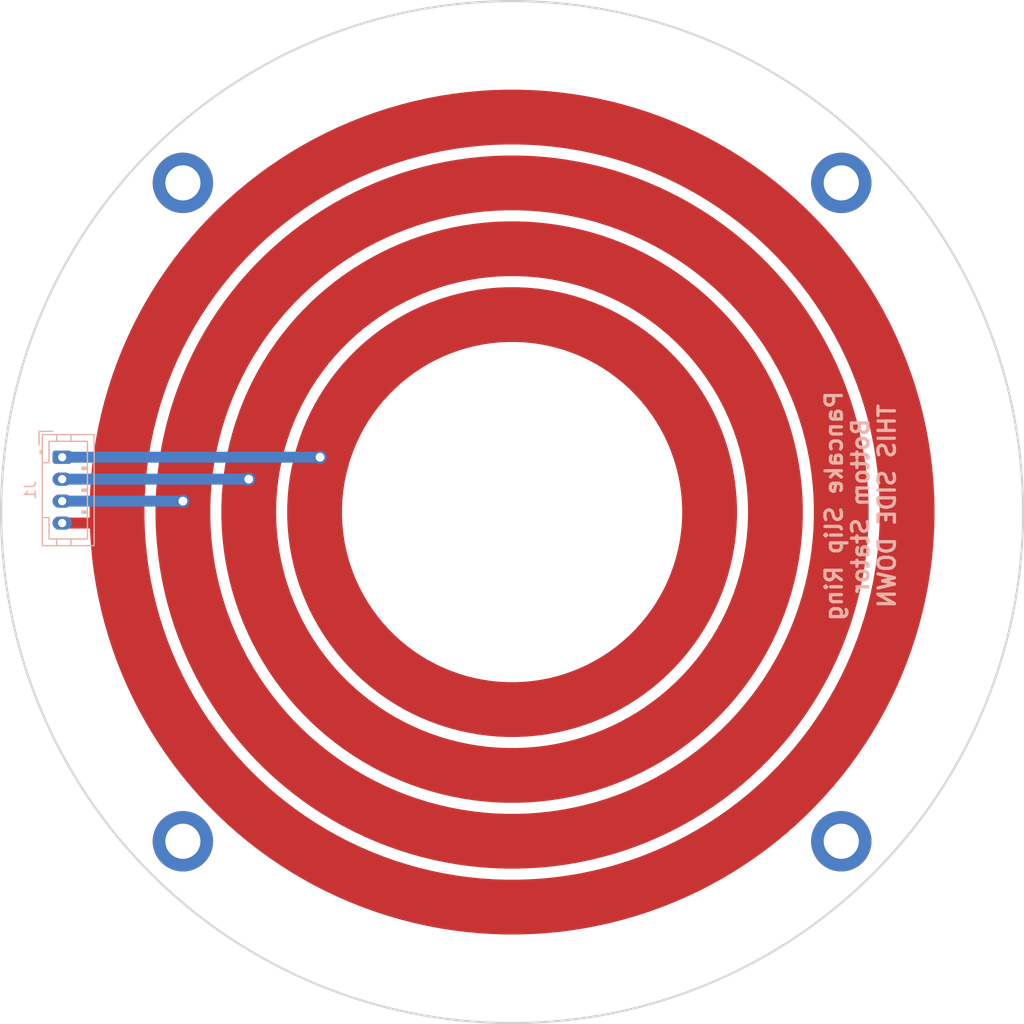
<source format=kicad_pcb>
(kicad_pcb (version 20171130) (host pcbnew "(5.0.2)-1")

  (general
    (thickness 1.6)
    (drawings 2)
    (tracks 7)
    (zones 0)
    (modules 6)
    (nets 5)
  )

  (page A4)
  (layers
    (0 F.Cu signal)
    (31 B.Cu signal)
    (32 B.Adhes user hide)
    (33 F.Adhes user hide)
    (34 B.Paste user hide)
    (35 F.Paste user hide)
    (36 B.SilkS user)
    (37 F.SilkS user)
    (38 B.Mask user hide)
    (39 F.Mask user hide)
    (40 Dwgs.User user hide)
    (41 Cmts.User user hide)
    (42 Eco1.User user hide)
    (43 Eco2.User user hide)
    (44 Edge.Cuts user)
    (45 Margin user hide)
    (46 B.CrtYd user hide)
    (47 F.CrtYd user hide)
    (48 B.Fab user hide)
    (49 F.Fab user hide)
  )

  (setup
    (last_trace_width 1)
    (user_trace_width 0.4)
    (user_trace_width 1)
    (trace_clearance 0.2)
    (zone_clearance 0.508)
    (zone_45_only no)
    (trace_min 0.2)
    (segment_width 0.2)
    (edge_width 0.15)
    (via_size 0.8)
    (via_drill 0.4)
    (via_min_size 0.4)
    (via_min_drill 0.3)
    (user_via 1.2 0.8)
    (uvia_size 0.3)
    (uvia_drill 0.1)
    (uvias_allowed no)
    (uvia_min_size 0.2)
    (uvia_min_drill 0.1)
    (pcb_text_width 0.3)
    (pcb_text_size 1.5 1.5)
    (mod_edge_width 0.15)
    (mod_text_size 1 1)
    (mod_text_width 0.15)
    (pad_size 5.5 5.5)
    (pad_drill 3.2)
    (pad_to_mask_clearance 0.051)
    (solder_mask_min_width 0.25)
    (aux_axis_origin 0 0)
    (grid_origin 0 45)
    (visible_elements 7FFFFFFF)
    (pcbplotparams
      (layerselection 0x010fc_ffffffff)
      (usegerberextensions false)
      (usegerberattributes false)
      (usegerberadvancedattributes false)
      (creategerberjobfile false)
      (excludeedgelayer true)
      (linewidth 0.100000)
      (plotframeref false)
      (viasonmask false)
      (mode 1)
      (useauxorigin false)
      (hpglpennumber 1)
      (hpglpenspeed 20)
      (hpglpendiameter 15.000000)
      (psnegative false)
      (psa4output false)
      (plotreference true)
      (plotvalue true)
      (plotinvisibletext false)
      (padsonsilk false)
      (subtractmaskfromsilk false)
      (outputformat 1)
      (mirror false)
      (drillshape 0)
      (scaleselection 1)
      (outputdirectory "plots/"))
  )

  (net 0 "")
  (net 1 "Net-(J1-Pad1)")
  (net 2 "Net-(J1-Pad2)")
  (net 3 "Net-(J1-Pad3)")
  (net 4 "Net-(J1-Pad4)")

  (net_class Default "This is the default net class."
    (clearance 0.2)
    (trace_width 0.25)
    (via_dia 0.8)
    (via_drill 0.4)
    (uvia_dia 0.3)
    (uvia_drill 0.1)
    (add_net "Net-(J1-Pad1)")
    (add_net "Net-(J1-Pad2)")
    (add_net "Net-(J1-Pad3)")
    (add_net "Net-(J1-Pad4)")
  )

  (module lib_fp:SlipRing_4Channel (layer F.Cu) (tedit 5CF9F1ED) (tstamp 5D36B765)
    (at 0 45)
    (path /5D086F9B)
    (fp_text reference U1 (at 0 -50) (layer F.SilkS) hide
      (effects (font (size 1 1) (thickness 0.15)))
    )
    (fp_text value SlipRing_4Channel (at 0 -48) (layer F.Fab)
      (effects (font (size 1 1) (thickness 0.15)))
    )
    (pad "" np_thru_hole circle (at 0 0) (size 30 30) (drill 30) (layers *.Cu *.Mask))
    (pad 4 smd custom (at -36 0) (size 5 5) (layers F.Cu F.Paste F.Mask)
      (net 4 "Net-(J1-Pad4)") (zone_connect 0)
      (options (clearance outline) (anchor circle))
      (primitives
        (gr_circle (center 36 0) (end 72 0) (width 5))
      ))
    (pad 3 smd custom (at -30 0) (size 5 5) (layers F.Cu F.Paste F.Mask)
      (net 3 "Net-(J1-Pad3)") (zone_connect 0)
      (options (clearance outline) (anchor circle))
      (primitives
        (gr_circle (center 30 0) (end 60 0) (width 5))
      ))
    (pad 2 smd custom (at -24 0) (size 5 5) (layers F.Cu F.Paste F.Mask)
      (net 2 "Net-(J1-Pad2)") (zone_connect 0)
      (options (clearance outline) (anchor circle))
      (primitives
        (gr_circle (center 24 0) (end 48 0) (width 5))
      ))
    (pad 1 smd custom (at -18 0) (size 5 5) (layers F.Cu F.Paste F.Mask)
      (net 1 "Net-(J1-Pad1)") (zone_connect 0)
      (options (clearance outline) (anchor circle))
      (primitives
        (gr_circle (center 18 0) (end 36 0) (width 5))
      ))
  )

  (module Connector_JST:JST_PH_B4B-PH-K_1x04_P2.00mm_Vertical (layer B.Cu) (tedit 5B7745C2) (tstamp 5D369E99)
    (at -41 40 270)
    (descr "JST PH series connector, B4B-PH-K (http://www.jst-mfg.com/product/pdf/eng/ePH.pdf), generated with kicad-footprint-generator")
    (tags "connector JST PH side entry")
    (path /5D086924)
    (fp_text reference J1 (at 3 2.9 270) (layer B.SilkS)
      (effects (font (size 1 1) (thickness 0.15)) (justify mirror))
    )
    (fp_text value JST_PH_2.0mm (at 3 -4 270) (layer B.Fab)
      (effects (font (size 1 1) (thickness 0.15)) (justify mirror))
    )
    (fp_text user %R (at 3 -1.5 270) (layer B.Fab)
      (effects (font (size 1 1) (thickness 0.15)) (justify mirror))
    )
    (fp_line (start 8.45 2.2) (end -2.45 2.2) (layer B.CrtYd) (width 0.05))
    (fp_line (start 8.45 -3.3) (end 8.45 2.2) (layer B.CrtYd) (width 0.05))
    (fp_line (start -2.45 -3.3) (end 8.45 -3.3) (layer B.CrtYd) (width 0.05))
    (fp_line (start -2.45 2.2) (end -2.45 -3.3) (layer B.CrtYd) (width 0.05))
    (fp_line (start 7.95 1.7) (end -1.95 1.7) (layer B.Fab) (width 0.1))
    (fp_line (start 7.95 -2.8) (end 7.95 1.7) (layer B.Fab) (width 0.1))
    (fp_line (start -1.95 -2.8) (end 7.95 -2.8) (layer B.Fab) (width 0.1))
    (fp_line (start -1.95 1.7) (end -1.95 -2.8) (layer B.Fab) (width 0.1))
    (fp_line (start -2.36 2.11) (end -2.36 0.86) (layer B.Fab) (width 0.1))
    (fp_line (start -1.11 2.11) (end -2.36 2.11) (layer B.Fab) (width 0.1))
    (fp_line (start -2.36 2.11) (end -2.36 0.86) (layer B.SilkS) (width 0.12))
    (fp_line (start -1.11 2.11) (end -2.36 2.11) (layer B.SilkS) (width 0.12))
    (fp_line (start 5 -2.3) (end 5 -1.8) (layer B.SilkS) (width 0.12))
    (fp_line (start 5.1 -1.8) (end 5.1 -2.3) (layer B.SilkS) (width 0.12))
    (fp_line (start 4.9 -1.8) (end 5.1 -1.8) (layer B.SilkS) (width 0.12))
    (fp_line (start 4.9 -2.3) (end 4.9 -1.8) (layer B.SilkS) (width 0.12))
    (fp_line (start 3 -2.3) (end 3 -1.8) (layer B.SilkS) (width 0.12))
    (fp_line (start 3.1 -1.8) (end 3.1 -2.3) (layer B.SilkS) (width 0.12))
    (fp_line (start 2.9 -1.8) (end 3.1 -1.8) (layer B.SilkS) (width 0.12))
    (fp_line (start 2.9 -2.3) (end 2.9 -1.8) (layer B.SilkS) (width 0.12))
    (fp_line (start 1 -2.3) (end 1 -1.8) (layer B.SilkS) (width 0.12))
    (fp_line (start 1.1 -1.8) (end 1.1 -2.3) (layer B.SilkS) (width 0.12))
    (fp_line (start 0.9 -1.8) (end 1.1 -1.8) (layer B.SilkS) (width 0.12))
    (fp_line (start 0.9 -2.3) (end 0.9 -1.8) (layer B.SilkS) (width 0.12))
    (fp_line (start 8.06 -0.8) (end 7.45 -0.8) (layer B.SilkS) (width 0.12))
    (fp_line (start 8.06 0.5) (end 7.45 0.5) (layer B.SilkS) (width 0.12))
    (fp_line (start -2.06 -0.8) (end -1.45 -0.8) (layer B.SilkS) (width 0.12))
    (fp_line (start -2.06 0.5) (end -1.45 0.5) (layer B.SilkS) (width 0.12))
    (fp_line (start 5.5 1.2) (end 5.5 1.81) (layer B.SilkS) (width 0.12))
    (fp_line (start 7.45 1.2) (end 5.5 1.2) (layer B.SilkS) (width 0.12))
    (fp_line (start 7.45 -2.3) (end 7.45 1.2) (layer B.SilkS) (width 0.12))
    (fp_line (start -1.45 -2.3) (end 7.45 -2.3) (layer B.SilkS) (width 0.12))
    (fp_line (start -1.45 1.2) (end -1.45 -2.3) (layer B.SilkS) (width 0.12))
    (fp_line (start 0.5 1.2) (end -1.45 1.2) (layer B.SilkS) (width 0.12))
    (fp_line (start 0.5 1.81) (end 0.5 1.2) (layer B.SilkS) (width 0.12))
    (fp_line (start -0.3 1.91) (end -0.6 1.91) (layer B.SilkS) (width 0.12))
    (fp_line (start -0.6 2.01) (end -0.6 1.81) (layer B.SilkS) (width 0.12))
    (fp_line (start -0.3 2.01) (end -0.6 2.01) (layer B.SilkS) (width 0.12))
    (fp_line (start -0.3 1.81) (end -0.3 2.01) (layer B.SilkS) (width 0.12))
    (fp_line (start 8.06 1.81) (end -2.06 1.81) (layer B.SilkS) (width 0.12))
    (fp_line (start 8.06 -2.91) (end 8.06 1.81) (layer B.SilkS) (width 0.12))
    (fp_line (start -2.06 -2.91) (end 8.06 -2.91) (layer B.SilkS) (width 0.12))
    (fp_line (start -2.06 1.81) (end -2.06 -2.91) (layer B.SilkS) (width 0.12))
    (pad 4 thru_hole oval (at 6 0 270) (size 1.2 1.75) (drill 0.75) (layers *.Cu *.Mask)
      (net 4 "Net-(J1-Pad4)"))
    (pad 3 thru_hole oval (at 4 0 270) (size 1.2 1.75) (drill 0.75) (layers *.Cu *.Mask)
      (net 3 "Net-(J1-Pad3)"))
    (pad 2 thru_hole oval (at 2 0 270) (size 1.2 1.75) (drill 0.75) (layers *.Cu *.Mask)
      (net 2 "Net-(J1-Pad2)"))
    (pad 1 thru_hole roundrect (at 0 0 270) (size 1.2 1.75) (drill 0.75) (layers *.Cu *.Mask) (roundrect_rratio 0.208333)
      (net 1 "Net-(J1-Pad1)"))
    (model ${KISYS3DMOD}/Connector_JST.3dshapes/JST_PH_B4B-PH-K_1x04_P2.00mm_Vertical.wrl
      (at (xyz 0 0 0))
      (scale (xyz 1 1 1))
      (rotate (xyz 0 0 0))
    )
  )

  (module MountingHole:MountingHole_3.2mm_M3 (layer F.Cu) (tedit 5D0D712E) (tstamp 5D369003)
    (at 30 75)
    (descr "Mounting Hole 3.2mm, no annular, M3")
    (tags "mounting hole 3.2mm no annular m3")
    (path /5D0871F2)
    (attr virtual)
    (fp_text reference H1 (at 0 -4.2) (layer F.SilkS) hide
      (effects (font (size 1 1) (thickness 0.15)))
    )
    (fp_text value MountingHole (at 0 4.2) (layer F.Fab)
      (effects (font (size 1 1) (thickness 0.15)))
    )
    (fp_text user %R (at 0.3 0) (layer F.Fab)
      (effects (font (size 1 1) (thickness 0.15)))
    )
    (fp_circle (center 0 0) (end 3.2 0) (layer Cmts.User) (width 0.15))
    (fp_circle (center 0 0) (end 3.45 0) (layer F.CrtYd) (width 0.05))
    (pad "" np_thru_hole circle (at 0 0) (size 5.5 5.5) (drill 3.2) (layers *.Cu *.Mask))
  )

  (module MountingHole:MountingHole_3.2mm_M3 (layer F.Cu) (tedit 5D0D711C) (tstamp 5D36900B)
    (at -30 75)
    (descr "Mounting Hole 3.2mm, no annular, M3")
    (tags "mounting hole 3.2mm no annular m3")
    (path /5D08722E)
    (attr virtual)
    (fp_text reference H2 (at 0 -4.2) (layer F.SilkS) hide
      (effects (font (size 1 1) (thickness 0.15)))
    )
    (fp_text value MountingHole (at 0 4.2) (layer F.Fab)
      (effects (font (size 1 1) (thickness 0.15)))
    )
    (fp_circle (center 0 0) (end 3.45 0) (layer F.CrtYd) (width 0.05))
    (fp_circle (center 0 0) (end 3.2 0) (layer Cmts.User) (width 0.15))
    (fp_text user %R (at 0.3 0) (layer F.Fab)
      (effects (font (size 1 1) (thickness 0.15)))
    )
    (pad "" np_thru_hole circle (at 0 0) (size 5.5 5.5) (drill 3.2) (layers *.Cu *.Mask))
  )

  (module MountingHole:MountingHole_3.2mm_M3 (layer F.Cu) (tedit 5D0D7116) (tstamp 5D369717)
    (at -30 15)
    (descr "Mounting Hole 3.2mm, no annular, M3")
    (tags "mounting hole 3.2mm no annular m3")
    (path /5D08733F)
    (attr virtual)
    (fp_text reference H3 (at 0 -4.2) (layer F.SilkS) hide
      (effects (font (size 1 1) (thickness 0.15)))
    )
    (fp_text value MountingHole (at 0 4.2) (layer F.Fab)
      (effects (font (size 1 1) (thickness 0.15)))
    )
    (fp_text user %R (at 0.3 0) (layer F.Fab)
      (effects (font (size 1 1) (thickness 0.15)))
    )
    (fp_circle (center 0 0) (end 3.2 0) (layer Cmts.User) (width 0.15))
    (fp_circle (center 0 0) (end 3.45 0) (layer F.CrtYd) (width 0.05))
    (pad "" np_thru_hole circle (at 0 0) (size 5.5 5.5) (drill 3.2) (layers *.Cu *.Mask))
  )

  (module MountingHole:MountingHole_3.2mm_M3 (layer F.Cu) (tedit 5D0D7125) (tstamp 5D36901B)
    (at 30 15)
    (descr "Mounting Hole 3.2mm, no annular, M3")
    (tags "mounting hole 3.2mm no annular m3")
    (path /5D087373)
    (attr virtual)
    (fp_text reference H4 (at 0 -4.2) (layer F.SilkS) hide
      (effects (font (size 1 1) (thickness 0.15)))
    )
    (fp_text value MountingHole (at 0 4.2) (layer F.Fab)
      (effects (font (size 1 1) (thickness 0.15)))
    )
    (fp_text user %R (at 0.3 0) (layer F.Fab)
      (effects (font (size 1 1) (thickness 0.15)))
    )
    (fp_circle (center 0 0) (end 3.2 0) (layer Cmts.User) (width 0.15))
    (fp_circle (center 0 0) (end 3.45 0) (layer F.CrtYd) (width 0.05))
    (pad "" np_thru_hole circle (at 0 0) (size 5.5 5.5) (drill 3.2) (layers *.Cu *.Mask))
  )

  (gr_circle (center 0 45) (end -46.5 42.5) (layer Edge.Cuts) (width 0.2))
  (gr_text "Pancake Slip Ring\nBottom Stator\nTHIS SIDE DOWN" (at 31.75 44.45 90) (layer B.SilkS)
    (effects (font (size 1.5 1.5) (thickness 0.3)) (justify mirror))
  )

  (via (at -17.5 40) (size 1.2) (drill 0.8) (layers F.Cu B.Cu) (net 1))
  (segment (start -41 40) (end -17.5 40) (width 1) (layer B.Cu) (net 1))
  (via (at -24 42) (size 1.2) (drill 0.8) (layers F.Cu B.Cu) (net 2))
  (segment (start -41 42) (end -24 42) (width 1) (layer B.Cu) (net 2))
  (via (at -30 44) (size 1.2) (drill 0.8) (layers F.Cu B.Cu) (net 3))
  (segment (start -41 44) (end -30 44) (width 1) (layer B.Cu) (net 3))
  (segment (start -41 46) (end -36.5 46) (width 1) (layer F.Cu) (net 4))

)

</source>
